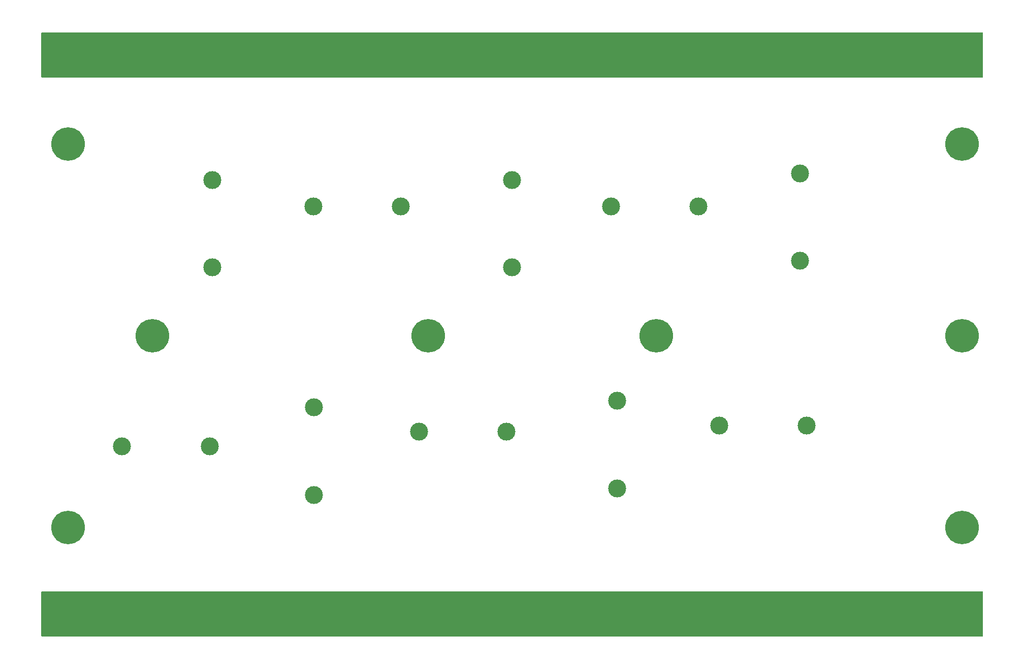
<source format=gbr>
%TF.GenerationSoftware,KiCad,Pcbnew,8.0.6-8.0.6-0~ubuntu24.04.1*%
%TF.CreationDate,2024-10-28T17:30:22+01:00*%
%TF.ProjectId,diplexer,6469706c-6578-4657-922e-6b696361645f,rev?*%
%TF.SameCoordinates,Original*%
%TF.FileFunction,Soldermask,Bot*%
%TF.FilePolarity,Negative*%
%FSLAX46Y46*%
G04 Gerber Fmt 4.6, Leading zero omitted, Abs format (unit mm)*
G04 Created by KiCad (PCBNEW 8.0.6-8.0.6-0~ubuntu24.04.1) date 2024-10-28 17:30:22*
%MOMM*%
%LPD*%
G01*
G04 APERTURE LIST*
%ADD10C,3.000000*%
%ADD11C,5.600000*%
G04 APERTURE END LIST*
D10*
%TO.C,L10*%
X45487500Y-98000000D03*
X60087500Y-98000000D03*
%TD*%
D11*
%TO.C,J5*%
X36500000Y-47500000D03*
%TD*%
D10*
%TO.C,L2*%
X77340000Y-57940000D03*
X91940000Y-57940000D03*
%TD*%
%TO.C,L4*%
X126987500Y-57940000D03*
X141587500Y-57940000D03*
%TD*%
%TO.C,L6*%
X144987500Y-94500000D03*
X159587500Y-94500000D03*
%TD*%
D11*
%TO.C,J7*%
X185500000Y-47500000D03*
%TD*%
D10*
%TO.C,L7*%
X128000000Y-105012500D03*
X128000000Y-90412500D03*
%TD*%
%TO.C,L9*%
X77500000Y-106100000D03*
X77500000Y-91500000D03*
%TD*%
D11*
%TO.C,J11*%
X185500000Y-79500000D03*
%TD*%
%TO.C,J10*%
X134500000Y-79500000D03*
%TD*%
%TO.C,J8*%
X50500000Y-79500000D03*
%TD*%
D10*
%TO.C,L8*%
X94987500Y-95500000D03*
X109587500Y-95500000D03*
%TD*%
%TO.C,L1*%
X60500000Y-68100000D03*
X60500000Y-53500000D03*
%TD*%
D11*
%TO.C,J6*%
X185500000Y-111500000D03*
%TD*%
D10*
%TO.C,L5*%
X158500000Y-67012500D03*
X158500000Y-52412500D03*
%TD*%
%TO.C,L3*%
X110500000Y-68100000D03*
X110500000Y-53500000D03*
%TD*%
D11*
%TO.C,J4*%
X36500000Y-111500000D03*
%TD*%
%TO.C,J9*%
X96500000Y-79500000D03*
%TD*%
G36*
X188943039Y-28919685D02*
G01*
X188988794Y-28972489D01*
X189000000Y-29024000D01*
X189000000Y-36276000D01*
X188980315Y-36343039D01*
X188927511Y-36388794D01*
X188876000Y-36400000D01*
X32124000Y-36400000D01*
X32056961Y-36380315D01*
X32011206Y-36327511D01*
X32000000Y-36276000D01*
X32000000Y-29024000D01*
X32019685Y-28956961D01*
X32072489Y-28911206D01*
X32124000Y-28900000D01*
X188876000Y-28900000D01*
X188943039Y-28919685D01*
G37*
G36*
X188943039Y-122219685D02*
G01*
X188988794Y-122272489D01*
X189000000Y-122324000D01*
X189000000Y-129576000D01*
X188980315Y-129643039D01*
X188927511Y-129688794D01*
X188876000Y-129700000D01*
X32124000Y-129700000D01*
X32056961Y-129680315D01*
X32011206Y-129627511D01*
X32000000Y-129576000D01*
X32000000Y-122324000D01*
X32019685Y-122256961D01*
X32072489Y-122211206D01*
X32124000Y-122200000D01*
X188876000Y-122200000D01*
X188943039Y-122219685D01*
G37*
M02*

</source>
